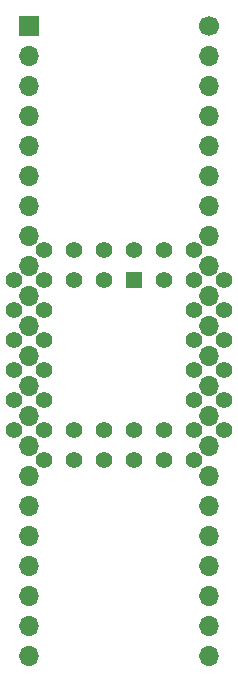
<source format=gbr>
%TF.GenerationSoftware,KiCad,Pcbnew,8.0.7*%
%TF.CreationDate,2025-02-20T01:51:32-06:00*%
%TF.ProjectId,PLCC-44-Socket-Adapter,504c4343-2d34-4342-9d53-6f636b65742d,v1.0*%
%TF.SameCoordinates,Original*%
%TF.FileFunction,Soldermask,Top*%
%TF.FilePolarity,Negative*%
%FSLAX46Y46*%
G04 Gerber Fmt 4.6, Leading zero omitted, Abs format (unit mm)*
G04 Created by KiCad (PCBNEW 8.0.7) date 2025-02-20 01:51:32*
%MOMM*%
%LPD*%
G01*
G04 APERTURE LIST*
%ADD10C,1.700000*%
%ADD11O,1.700000X1.700000*%
%ADD12R,1.700000X1.700000*%
%ADD13R,1.422400X1.422400*%
%ADD14C,1.422400*%
G04 APERTURE END LIST*
D10*
%TO.C,J2*%
X115570000Y-66060000D03*
D11*
X115570000Y-68600000D03*
X115570000Y-71140000D03*
X115570000Y-73680000D03*
X115570000Y-76220000D03*
X115570000Y-78760000D03*
X115570000Y-81300000D03*
X115570000Y-83840000D03*
X115570000Y-86380000D03*
X115570000Y-88920000D03*
X115570000Y-91460000D03*
X115570000Y-94000000D03*
X115570000Y-96540000D03*
X115570000Y-99080000D03*
X115570000Y-101620000D03*
X115570000Y-104160000D03*
X115570000Y-106700000D03*
X115570000Y-109240000D03*
X115570000Y-111780000D03*
X115570000Y-114320000D03*
X115570000Y-116860000D03*
X115570000Y-119400000D03*
%TD*%
D12*
%TO.C,J1*%
X100330000Y-66060000D03*
D11*
X100330000Y-68600000D03*
X100330000Y-71140000D03*
X100330000Y-73680000D03*
X100330000Y-76220000D03*
X100330000Y-78760000D03*
X100330000Y-81300000D03*
X100330000Y-83840000D03*
X100330000Y-86380000D03*
X100330000Y-88920000D03*
X100330000Y-91460000D03*
X100330000Y-94000000D03*
X100330000Y-96540000D03*
X100330000Y-99080000D03*
X100330000Y-101620000D03*
X100330000Y-104160000D03*
X100330000Y-106700000D03*
X100330000Y-109240000D03*
X100330000Y-111780000D03*
X100330000Y-114320000D03*
X100330000Y-116860000D03*
X100330000Y-119400000D03*
%TD*%
D13*
%TO.C,U1*%
X109220000Y-87630000D03*
D14*
X106680000Y-85090000D03*
X106680000Y-87630000D03*
X104140000Y-85090000D03*
X104140000Y-87630000D03*
X101600000Y-85090000D03*
X99060000Y-87630000D03*
X101600000Y-87630000D03*
X99060000Y-90170000D03*
X101600000Y-90170000D03*
X99060000Y-92710000D03*
X101600000Y-92710000D03*
X99060000Y-95250000D03*
X101600000Y-95250000D03*
X99060000Y-97790000D03*
X101600000Y-97790000D03*
X99060000Y-100330000D03*
X101600000Y-102870000D03*
X101600000Y-100330000D03*
X104140000Y-102870000D03*
X104140000Y-100330000D03*
X106680000Y-102870000D03*
X106680000Y-100330000D03*
X109220000Y-102870000D03*
X109220000Y-100330000D03*
X111760000Y-102870000D03*
X111760000Y-100330000D03*
X114300000Y-102870000D03*
X116840000Y-100330000D03*
X114300000Y-100330000D03*
X116840000Y-97790000D03*
X114300000Y-97790000D03*
X116840000Y-95250000D03*
X114300000Y-95250000D03*
X116840000Y-92710000D03*
X114300000Y-92710000D03*
X116840000Y-90170000D03*
X114300000Y-90170000D03*
X116840000Y-87630000D03*
X114300000Y-85090000D03*
X114300000Y-87630000D03*
X111760000Y-85090000D03*
X111760000Y-87630000D03*
X109220000Y-85090000D03*
%TD*%
M02*

</source>
